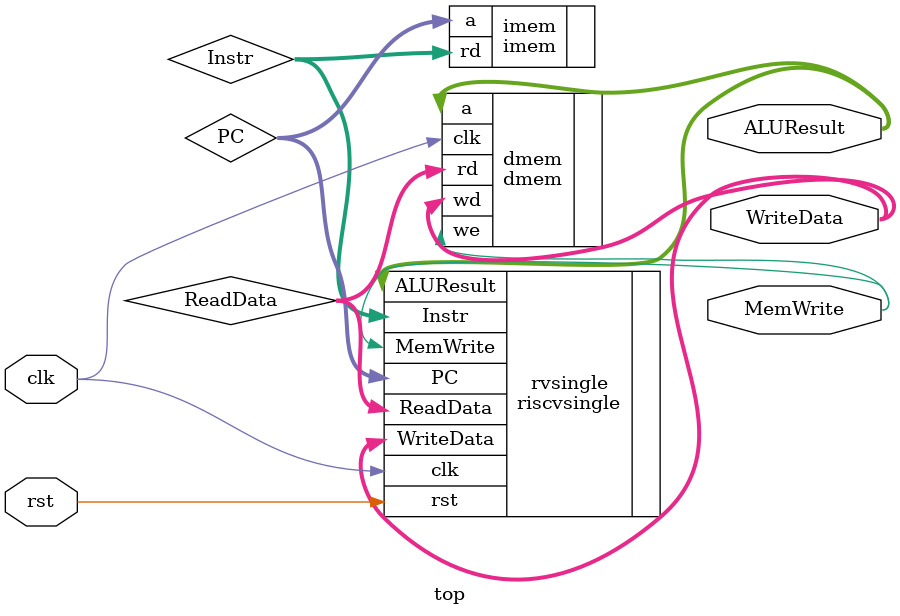
<source format=v>
module top (
    input clk, rst,
    output [31:0] WriteData, ALUResult,
    output MemWrite
);

wire [31:0] PC, Instr, ReadData;

riscvsingle rvsingle (
    .clk(clk), 
    .rst(rst), 
    .PC(PC), 
    .Instr(Instr), 
    .MemWrite(MemWrite), 
    .ALUResult(ALUResult), 
    .WriteData(WriteData), 
    .ReadData(ReadData)
);

imem imem (
    .a(PC), 
    .rd(Instr)
);

dmem dmem (
    .clk(clk), 
    .we(MemWrite), 
    .a(ALUResult), 
    .wd(WriteData), 
    .rd(ReadData)
);

endmodule

</source>
